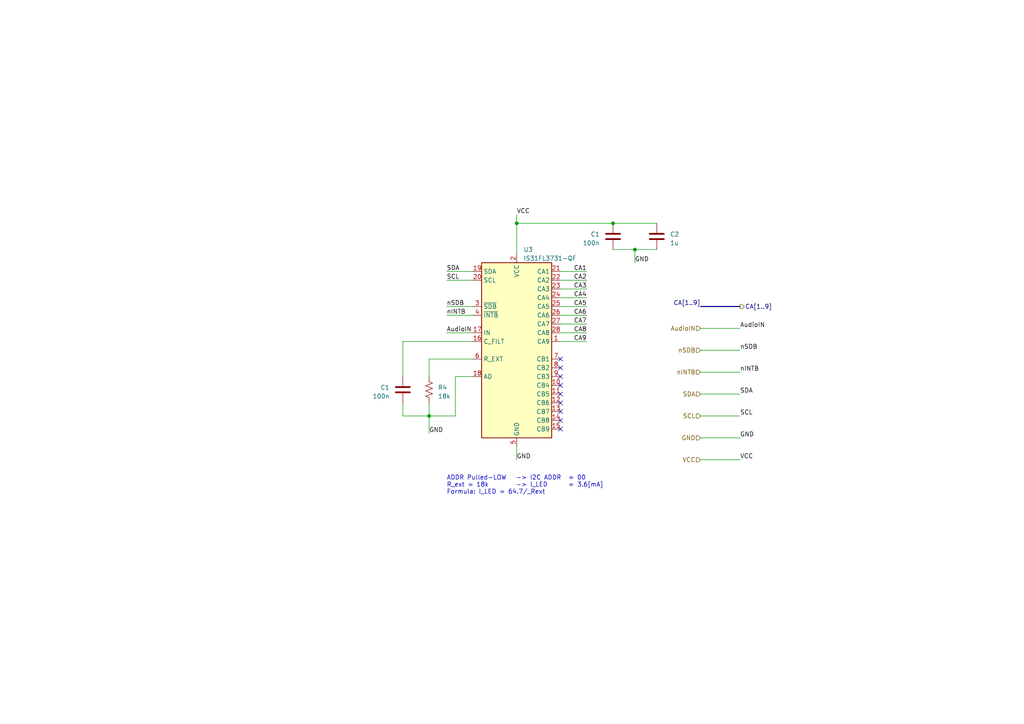
<source format=kicad_sch>
(kicad_sch (version 20230121) (generator eeschema)
  (paper "A4")
  (lib_symbols
    (symbol "Device:C" (pin_numbers hide) (pin_names (offset 0.254))
      (property "Reference" "C" (at 0.635 2.54 0))
      (property "Value" "C" (at 0.635 -2.54 0))
      (symbol "C_0_1"
        (polyline (pts (xy -2.032 -0.762) (xy 2.032 -0.762)) (stroke (width 0.508)))
        (polyline (pts (xy -2.032 0.762) (xy 2.032 0.762)) (stroke (width 0.508)))
      )
      (symbol "C_1_1"
        (pin passive line (at 0 3.81 270) (length 2.794) (name "~") (number "1"))
        (pin passive line (at 0 -3.81 90) (length 2.794) (name "~") (number "2"))
      )
    )
    (symbol "Device:R_US" (pin_numbers hide) (pin_names (offset 0))
      (property "Reference" "R" (at 2.54 0 90))
      (property "Value" "R_US" (at -2.54 0 90))
      (symbol "R_US_0_1"
        (polyline (pts (xy 0 -2.286) (xy 0 -2.54)))
        (polyline (pts (xy 0 2.286) (xy 0 2.54)))
        (polyline (pts (xy 0 -0.762) (xy 1.016 -1.143) (xy 0 -1.524) (xy -1.016 -1.905) (xy 0 -2.286)))
        (polyline (pts (xy 0 0.762) (xy 1.016 0.381) (xy 0 0) (xy -1.016 -0.381) (xy 0 -0.762)))
        (polyline (pts (xy 0 2.286) (xy 1.016 1.905) (xy 0 1.524) (xy -1.016 1.143) (xy 0 0.762)))
      )
      (symbol "R_US_1_1"
        (pin passive line (at 0 3.81 270) (length 1.27) (name "~") (number "1"))
        (pin passive line (at 0 -3.81 90) (length 1.27) (name "~") (number "2"))
      )
    )
    (symbol "Driver_LED:IS31FL3731-QF"
      (property "Reference" "U3" (at 1.9559 29.21 0))
      (property "Value" "IS31FL3731-QF" (at 1.9559 26.67 0))
      (symbol "IS31FL3731-QF_0_1"
        (rectangle (start -10.16 25.4) (end 10.16 -25.4) (stroke (width 0.254)) (fill (type background)))
      )
      (symbol "IS31FL3731-QF_1_1"
        (pin bidirectional line (at 12.7 2.54 180) (length 2.54) (name "CA9") (number "1"))
        (pin bidirectional line (at 12.7 -10.16 180) (length 2.54) (name "CB4") (number "10"))
        (pin bidirectional line (at 12.7 -12.7 180) (length 2.54) (name "CB5") (number "11"))
        (pin bidirectional line (at 12.7 -15.24 180) (length 2.54) (name "CB6") (number "12"))
        (pin bidirectional line (at 12.7 -17.78 180) (length 2.54) (name "CB7") (number "13"))
        (pin bidirectional line (at 12.7 -20.32 180) (length 2.54) (name "CB8") (number "14"))
        (pin bidirectional line (at 12.7 -22.86 180) (length 2.54) (name "CB9") (number "15"))
        (pin passive line (at -12.7 2.54 0) (length 2.54) (name "C_FILT") (number "16"))
        (pin input line (at -12.7 5.08 0) (length 2.54) (name "IN") (number "17"))
        (pin input line (at -12.7 -7.62 0) (length 2.54) (name "AD") (number "18"))
        (pin bidirectional line (at -12.7 22.86 0) (length 2.54) (name "SDA") (number "19"))
        (pin power_in line (at 0 27.94 270) (length 2.54) (name "VCC") (number "2"))
        (pin input line (at -12.7 20.32 0) (length 2.54) (name "SCL") (number "20"))
        (pin bidirectional line (at 12.7 22.86 180) (length 2.54) (name "CA1") (number "21"))
        (pin bidirectional line (at 12.7 20.32 180) (length 2.54) (name "CA2") (number "22"))
        (pin bidirectional line (at 12.7 17.78 180) (length 2.54) (name "CA3") (number "23"))
        (pin bidirectional line (at 12.7 15.24 180) (length 2.54) (name "CA4") (number "24"))
        (pin bidirectional line (at 12.7 12.7 180) (length 2.54) (name "CA5") (number "25"))
        (pin bidirectional line (at 12.7 10.16 180) (length 2.54) (name "CA6") (number "26"))
        (pin bidirectional line (at 12.7 7.62 180) (length 2.54) (name "CA7") (number "27"))
        (pin bidirectional line (at 12.7 5.08 180) (length 2.54) (name "CA8") (number "28"))
        (pin passive line (at 0 -27.94 90) (length 2.54) hide (name "GND") (number "29"))
        (pin input line (at -12.7 12.7 0) (length 2.54) (name "~{SDB}") (number "3"))
        (pin open_collector line (at -12.7 10.16 0) (length 2.54) (name "~{INTB}") (number "4"))
        (pin power_in line (at 0 -27.94 90) (length 2.54) (name "GND") (number "5"))
        (pin passive line (at -12.7 -2.54 0) (length 2.54) (name "R_EXT") (number "6"))
        (pin bidirectional line (at 12.7 -2.54 180) (length 2.54) (name "CB1") (number "7"))
        (pin bidirectional line (at 12.7 -5.08 180) (length 2.54) (name "CB2") (number "8"))
        (pin bidirectional line (at 12.7 -7.62 180) (length 2.54) (name "CB3") (number "9"))
      )
    )
  )
  (junction (at 177.8 64.77))
  (junction (at 184.15 72.39))
  (junction (at 124.46 120.65))
  (junction (at 149.86 64.77))
  (no_connect (at 162.56 121.92))
  (no_connect (at 162.56 119.38))
  (no_connect (at 162.56 114.3))
  (no_connect (at 162.56 109.22))
  (no_connect (at 162.56 124.46))
  (no_connect (at 162.56 116.84))
  (no_connect (at 162.56 104.14))
  (no_connect (at 162.56 111.76))
  (no_connect (at 162.56 106.68))
  (wire (pts (xy 203.2 127) (xy 214.63 127)))
  (wire (pts (xy 129.54 78.74) (xy 137.16 78.74)))
  (wire (pts (xy 124.46 104.14) (xy 137.16 104.14)))
  (wire (pts (xy 162.56 81.28) (xy 170.18 81.28)))
  (wire (pts (xy 162.56 88.9) (xy 170.18 88.9)))
  (wire (pts (xy 132.08 120.65) (xy 124.46 120.65)))
  (wire (pts (xy 149.86 133.35) (xy 149.86 129.54)))
  (wire (pts (xy 129.54 91.44) (xy 137.16 91.44)))
  (bus (pts (xy 203.2 88.9) (xy 214.63 88.9)))
  (wire (pts (xy 162.56 91.44) (xy 170.18 91.44)))
  (wire (pts (xy 203.2 120.65) (xy 214.63 120.65)))
  (wire (pts (xy 124.46 109.22) (xy 124.46 104.14)))
  (wire (pts (xy 190.5 72.39) (xy 184.15 72.39)))
  (wire (pts (xy 162.56 78.74) (xy 170.18 78.74)))
  (wire (pts (xy 124.46 116.84) (xy 124.46 120.65)))
  (wire (pts (xy 116.84 120.65) (xy 124.46 120.65)))
  (wire (pts (xy 203.2 107.95) (xy 214.63 107.95)))
  (wire (pts (xy 124.46 125.73) (xy 124.46 120.65)))
  (wire (pts (xy 190.5 64.77) (xy 177.8 64.77)))
  (wire (pts (xy 203.2 95.25) (xy 214.63 95.25)))
  (wire (pts (xy 162.56 96.52) (xy 170.18 96.52)))
  (wire (pts (xy 203.2 101.6) (xy 214.63 101.6)))
  (wire (pts (xy 184.15 76.2) (xy 184.15 72.39)))
  (wire (pts (xy 162.56 93.98) (xy 170.18 93.98)))
  (wire (pts (xy 203.2 133.35) (xy 214.63 133.35)))
  (wire (pts (xy 149.86 62.23) (xy 149.86 64.77)))
  (wire (pts (xy 132.08 109.22) (xy 132.08 120.65)))
  (wire (pts (xy 162.56 99.06) (xy 170.18 99.06)))
  (wire (pts (xy 129.54 96.52) (xy 137.16 96.52)))
  (wire (pts (xy 116.84 99.06) (xy 116.84 109.22)))
  (wire (pts (xy 129.54 81.28) (xy 137.16 81.28)))
  (wire (pts (xy 137.16 109.22) (xy 132.08 109.22)))
  (wire (pts (xy 149.86 64.77) (xy 149.86 73.66)))
  (wire (pts (xy 137.16 99.06) (xy 116.84 99.06)))
  (wire (pts (xy 162.56 86.36) (xy 170.18 86.36)))
  (wire (pts (xy 116.84 120.65) (xy 116.84 116.84)))
  (wire (pts (xy 203.2 114.3) (xy 214.63 114.3)))
  (wire (pts (xy 149.86 64.77) (xy 177.8 64.77)))
  (wire (pts (xy 184.15 72.39) (xy 177.8 72.39)))
  (wire (pts (xy 162.56 83.82) (xy 170.18 83.82)))
  (wire (pts (xy 129.54 88.9) (xy 137.16 88.9)))
  (text "ADDR Pulled-LOW	-> I2C ADDR	= 00\nR_ext = 18k		-> I_LED 	= 3.6[mA]   \nFormula: I_LED = 64.7/_Rext" (at 129.54 143.51 0) (effects (font (size 1.27 1.27)) (justify left bottom)))
  (label "nSDB" (at 129.54 88.9 0))
  (label "CA[1..9]" (at 203.2 88.9 180))
  (label "CA2" (at 170.18 81.28 180))
  (label "GND" (at 184.15 76.2 0))
  (label "nINTB" (at 214.63 107.95 0))
  (label "CA7" (at 170.18 93.98 180))
  (label "CA4" (at 170.18 86.36 180))
  (label "AudioIN" (at 129.54 96.52 0))
  (label "VCC" (at 214.63 133.35 0))
  (label "CA1" (at 170.18 78.74 180))
  (label "SDA" (at 129.54 78.74 0))
  (label "VCC" (at 149.86 62.23 0))
  (label "CA9" (at 170.18 99.06 180))
  (label "nINTB" (at 129.54 91.44 0))
  (label "AudioIN" (at 214.63 95.25 0))
  (label "SDA" (at 214.63 114.3 0))
  (label "CA8" (at 170.18 96.52 180))
  (label "GND" (at 214.63 127 0))
  (label "CA6" (at 170.18 91.44 180))
  (label "SCL" (at 214.63 120.65 0))
  (label "CA5" (at 170.18 88.9 180))
  (label "nSDB" (at 214.63 101.6 0))
  (label "GND" (at 124.46 125.73 0))
  (label "SCL" (at 129.54 81.28 0))
  (label "CA3" (at 170.18 83.82 180))
  (label "GND" (at 149.86 133.35 0))
  (hierarchical_label "AudioIN" (shape input) (at 203.2 95.25 180))
  (hierarchical_label "nSDB" (shape input) (at 203.2 101.6 180))
  (hierarchical_label "SCL" (shape input) (at 203.2 120.65 180))
  (hierarchical_label "nINTB" (shape input) (at 203.2 107.95 180))
  (hierarchical_label "VCC" (shape input) (at 203.2 133.35 180))
  (hierarchical_label "CA[1..9]" (shape output) (at 214.63 88.9 0))
  (hierarchical_label "GND" (shape input) (at 203.2 127 180))
  (hierarchical_label "SDA" (shape input) (at 203.2 114.3 180))
  (symbol (lib_id "Device:R_US") (at 124.46 113.03 0) (unit 1)
    (property "Reference" "R4" (at 127 112.395 0) (effects (justify left)))
    (property "Value" "18k" (at 127 114.935 0) (effects (justify left)))
    (property "Footprint" "Resistor_SMD:R_0603_1608Metric" (effects hide))
    (instances (project "STM32_M3_Card" (path "" (reference "R4") (unit 1)) (path "" (reference "R8") (unit 1)) (path "" (reference "R9") (unit 1))))
  )
  (symbol (lib_id "Driver_LED:IS31FL3731-QF") (at 149.86 101.6 0) (unit 1)
    (property "Reference" "U3" (at 151.8159 72.39 0) (effects (justify left)))
    (property "Value" "IS31FL3731-QF" (at 151.8159 74.93 0) (effects (justify left)))
    (property "Footprint" "Package_DFN_QFN:QFN-28-1EP_4x4mm_P0.4mm_EP2.3x2.3mm" (effects hide))
    (property "Datasheet" "http://www.issi.com/WW/pdf/31FL3731.pdf" (effects hide))
    (property "LCSC Part #" "C191206" (effects hide))
    (property "Mfr. Part #" "IS31FL3731-QFLS2-TR" (effects hide))
  )
  (symbol (lib_id "Device:C") (at 116.84 113.03 0) (mirror y) (unit 1)
    (property "Reference" "C1" (at 113.03 112.395 0) (effects (justify left)))
    (property "Value" "100n" (at 113.03 114.935 0) (effects (justify left)))
    (property "Footprint" "Capacitor_SMD:C_0603_1608Metric" (effects hide))
    (instances (project "STM32_M3_Card" (path "" (reference "C1") (unit 1)) (path "" (reference "C21") (unit 1)) (path "" (reference "C14") (unit 1))))
  )
  (symbol (lib_id "Device:C") (at 177.8 68.58 0) (mirror y) (unit 1)
    (property "Reference" "C1" (at 173.99 67.945 0) (effects (justify left)))
    (property "Value" "100n" (at 173.99 70.485 0) (effects (justify left)))
    (property "Footprint" "Capacitor_SMD:C_0603_1608Metric" (effects hide))
    (instances (project "STM32_M3_Card" (path "" (reference "C1") (unit 1)) (path "" (reference "C21") (unit 1)) (path "" (reference "C15") (unit 1))))
  )
  (symbol (lib_id "Device:C") (at 190.5 68.58 0) (unit 1)
    (property "Reference" "C2" (at 194.31 67.945 0) (effects (justify left)))
    (property "Value" "1u" (at 194.31 70.485 0) (effects (justify left)))
    (property "Footprint" "Capacitor_SMD:C_0603_1608Metric" (effects hide))
    (instances (project "STM32_M3_Card" (path "" (reference "C2") (unit 1)) (path "" (reference "C20") (unit 1)) (path "" (reference "C16") (unit 1))))
  )
)
</source>
